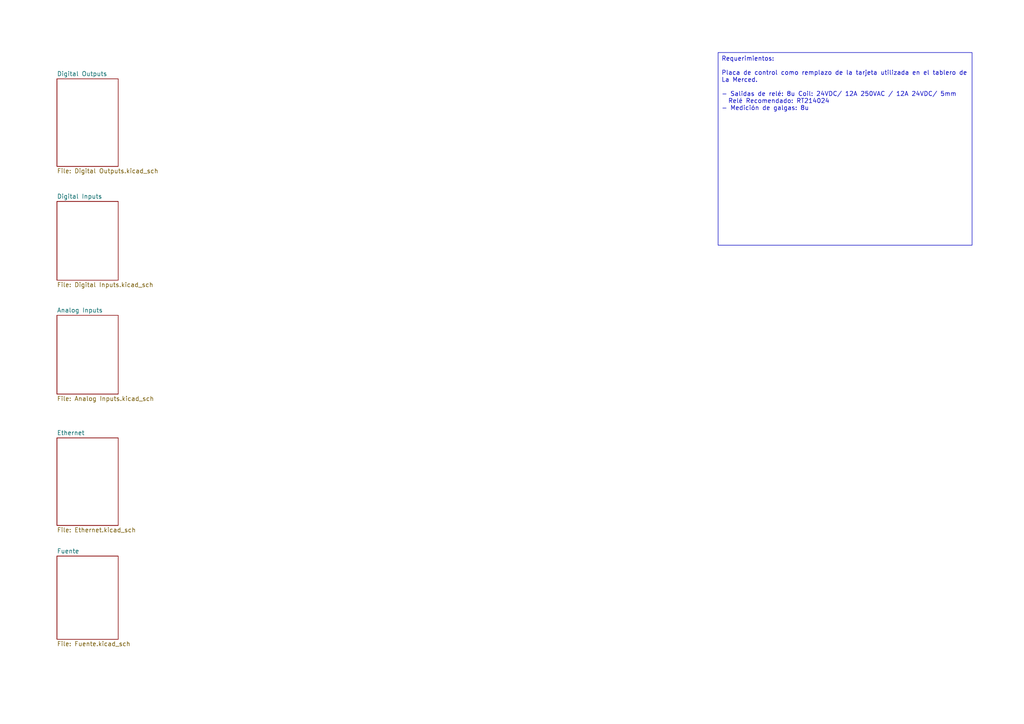
<source format=kicad_sch>
(kicad_sch
	(version 20250114)
	(generator "eeschema")
	(generator_version "9.0")
	(uuid "af529cf8-e3d6-4568-89be-bc7010f8b835")
	(paper "A4")
	(lib_symbols)
	(text_box "Requerimientos:\n\nPlaca de control como remplazo de la tarjeta utilizada en el tablero de La Merced.\n\n- Salidas de relé: 8u Coil: 24VDC/ 12A 250VAC / 12A 24VDC/ 5mm\n  Relé Recomendado: RT214024\n- Medición de galgas: 8u\n"
		(exclude_from_sim no)
		(at 208.28 15.24 0)
		(size 73.66 55.88)
		(margins 0.9525 0.9525 0.9525 0.9525)
		(stroke
			(width 0)
			(type solid)
		)
		(fill
			(type none)
		)
		(effects
			(font
				(size 1.27 1.27)
			)
			(justify left top)
		)
		(uuid "0f8caa80-f947-4439-a532-108f8bd836fd")
	)
	(sheet
		(at 16.51 58.42)
		(size 17.78 22.86)
		(exclude_from_sim no)
		(in_bom yes)
		(on_board yes)
		(dnp no)
		(fields_autoplaced yes)
		(stroke
			(width 0.1524)
			(type solid)
		)
		(fill
			(color 0 0 0 0.0000)
		)
		(uuid "5edc1b7c-5ba0-4910-ac7d-074c490da2f0")
		(property "Sheetname" "Digital Inputs"
			(at 16.51 57.7084 0)
			(effects
				(font
					(size 1.27 1.27)
				)
				(justify left bottom)
			)
		)
		(property "Sheetfile" "Digital Inputs.kicad_sch"
			(at 16.51 81.8646 0)
			(effects
				(font
					(size 1.27 1.27)
				)
				(justify left top)
			)
		)
		(instances
			(project "Placa_Control_M2ES"
				(path "/af529cf8-e3d6-4568-89be-bc7010f8b835"
					(page "3")
				)
			)
		)
	)
	(sheet
		(at 16.51 127)
		(size 17.78 25.4)
		(exclude_from_sim no)
		(in_bom yes)
		(on_board yes)
		(dnp no)
		(fields_autoplaced yes)
		(stroke
			(width 0.1524)
			(type solid)
		)
		(fill
			(color 0 0 0 0.0000)
		)
		(uuid "87bdd207-3dc8-4ffc-b984-f259b85798e3")
		(property "Sheetname" "Ethernet"
			(at 16.51 126.2884 0)
			(effects
				(font
					(size 1.27 1.27)
				)
				(justify left bottom)
			)
		)
		(property "Sheetfile" "Ethernet.kicad_sch"
			(at 16.51 152.9846 0)
			(effects
				(font
					(size 1.27 1.27)
				)
				(justify left top)
			)
		)
		(instances
			(project "Placa_Control_M2ES"
				(path "/af529cf8-e3d6-4568-89be-bc7010f8b835"
					(page "5")
				)
			)
		)
	)
	(sheet
		(at 16.51 161.29)
		(size 17.78 24.13)
		(exclude_from_sim no)
		(in_bom yes)
		(on_board yes)
		(dnp no)
		(fields_autoplaced yes)
		(stroke
			(width 0.1524)
			(type solid)
		)
		(fill
			(color 0 0 0 0.0000)
		)
		(uuid "8f20afda-85ef-431d-9116-2d00966321c2")
		(property "Sheetname" "Fuente"
			(at 16.51 160.5784 0)
			(effects
				(font
					(size 1.27 1.27)
				)
				(justify left bottom)
			)
		)
		(property "Sheetfile" "Fuente.kicad_sch"
			(at 16.51 186.0046 0)
			(effects
				(font
					(size 1.27 1.27)
				)
				(justify left top)
			)
		)
		(instances
			(project "Placa_Control_M2ES"
				(path "/af529cf8-e3d6-4568-89be-bc7010f8b835"
					(page "6")
				)
			)
		)
	)
	(sheet
		(at 16.51 22.86)
		(size 17.78 25.4)
		(exclude_from_sim no)
		(in_bom yes)
		(on_board yes)
		(dnp no)
		(fields_autoplaced yes)
		(stroke
			(width 0.1524)
			(type solid)
		)
		(fill
			(color 0 0 0 0.0000)
		)
		(uuid "d960b122-b141-458c-9a10-d36b05afe5fe")
		(property "Sheetname" "Digital Outputs"
			(at 16.51 22.1484 0)
			(effects
				(font
					(size 1.27 1.27)
				)
				(justify left bottom)
			)
		)
		(property "Sheetfile" "Digital Outputs.kicad_sch"
			(at 16.51 48.8446 0)
			(effects
				(font
					(size 1.27 1.27)
				)
				(justify left top)
			)
		)
		(instances
			(project "Placa_Control_M2ES"
				(path "/af529cf8-e3d6-4568-89be-bc7010f8b835"
					(page "2")
				)
			)
		)
	)
	(sheet
		(at 16.51 91.44)
		(size 17.78 22.86)
		(exclude_from_sim no)
		(in_bom yes)
		(on_board yes)
		(dnp no)
		(fields_autoplaced yes)
		(stroke
			(width 0.1524)
			(type solid)
		)
		(fill
			(color 0 0 0 0.0000)
		)
		(uuid "e50c1eea-f7ff-4608-9e2f-492ba2063b9c")
		(property "Sheetname" "Analog Inputs"
			(at 16.51 90.7284 0)
			(effects
				(font
					(size 1.27 1.27)
				)
				(justify left bottom)
			)
		)
		(property "Sheetfile" "Analog Inputs.kicad_sch"
			(at 16.51 114.8846 0)
			(effects
				(font
					(size 1.27 1.27)
				)
				(justify left top)
			)
		)
		(instances
			(project "Placa_Control_M2ES"
				(path "/af529cf8-e3d6-4568-89be-bc7010f8b835"
					(page "4")
				)
			)
		)
	)
	(sheet_instances
		(path "/"
			(page "1")
		)
	)
	(embedded_fonts no)
)

</source>
